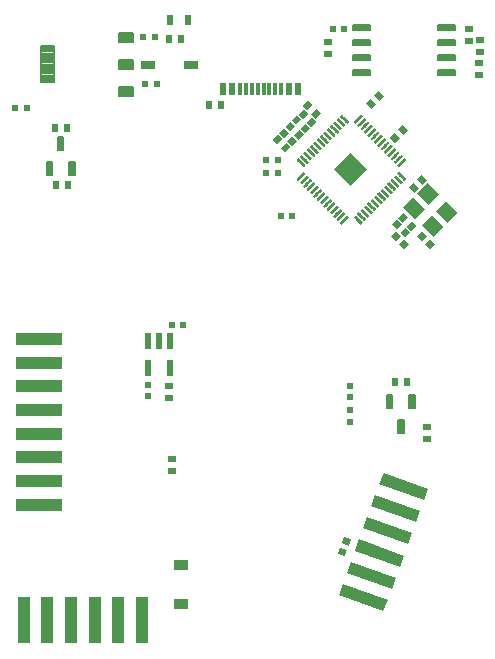
<source format=gbp>
G04 EAGLE Gerber RS-274X export*
G75*
%MOMM*%
%FSLAX34Y34*%
%LPD*%
%INSolderpaste Bottom*%
%IPPOS*%
%AMOC8*
5,1,8,0,0,1.08239X$1,22.5*%
G01*
G04 Define Apertures*
%ADD10R,0.629100X0.560000*%
%ADD11R,0.560000X0.629100*%
%ADD12R,4.000000X1.000000*%
%ADD13R,1.000000X4.000000*%
%ADD14R,1.220000X0.910000*%
%ADD15R,0.600000X1.140000*%
%ADD16R,0.300000X1.140000*%
%ADD17R,0.611800X0.911800*%
%ADD18C,0.150000*%
%ADD19R,0.644000X0.535100*%
%ADD20R,0.535100X0.644000*%
%ADD21R,1.200000X0.700000*%
%ADD22R,0.558800X1.422400*%
%ADD23R,1.960000X1.960000*%
%ADD24C,0.050000*%
%ADD25C,0.139500*%
%ADD26C,0.196500*%
%ADD27C,0.145000*%
%ADD28R,1.200000X1.400000*%
D10*
X75900Y21054D03*
X75900Y30746D03*
D11*
G36*
X46816Y265223D02*
X50776Y261263D01*
X46330Y256817D01*
X42370Y260777D01*
X46816Y265223D01*
G37*
G36*
X39962Y272077D02*
X43922Y268117D01*
X39476Y263671D01*
X35516Y267631D01*
X39962Y272077D01*
G37*
G36*
X114317Y153246D02*
X110357Y157206D01*
X114803Y161652D01*
X118763Y157692D01*
X114317Y153246D01*
G37*
G36*
X121170Y146393D02*
X117210Y150353D01*
X121656Y154799D01*
X125616Y150839D01*
X121170Y146393D01*
G37*
G36*
X97559Y269048D02*
X93599Y265088D01*
X89153Y269534D01*
X93113Y273494D01*
X97559Y269048D01*
G37*
G36*
X104412Y275901D02*
X100452Y271941D01*
X96006Y276387D01*
X99966Y280347D01*
X104412Y275901D01*
G37*
G36*
X117776Y240230D02*
X113816Y236270D01*
X109370Y240716D01*
X113330Y244676D01*
X117776Y240230D01*
G37*
G36*
X124630Y247084D02*
X120670Y243124D01*
X116224Y247570D01*
X120184Y251530D01*
X124630Y247084D01*
G37*
G36*
X115331Y162925D02*
X111371Y166885D01*
X115817Y171331D01*
X119777Y167371D01*
X115331Y162925D01*
G37*
G36*
X122185Y156071D02*
X118225Y160031D01*
X122671Y164477D01*
X126631Y160517D01*
X122185Y156071D01*
G37*
X26546Y174323D03*
X16854Y174323D03*
X14446Y211000D03*
X4754Y211000D03*
G36*
X43570Y257676D02*
X47530Y253716D01*
X43084Y249270D01*
X39124Y253230D01*
X43570Y257676D01*
G37*
G36*
X36716Y264530D02*
X40676Y260570D01*
X36230Y256124D01*
X32270Y260084D01*
X36716Y264530D01*
G37*
X14646Y221900D03*
X4954Y221900D03*
G36*
X143670Y154376D02*
X147630Y150416D01*
X143184Y145970D01*
X139224Y149930D01*
X143670Y154376D01*
G37*
G36*
X136816Y161230D02*
X140776Y157270D01*
X136330Y152824D01*
X132370Y156784D01*
X136816Y161230D01*
G37*
D10*
X75800Y9646D03*
X75800Y-46D03*
D11*
G36*
X132224Y205370D02*
X136184Y209330D01*
X140630Y204884D01*
X136670Y200924D01*
X132224Y205370D01*
G37*
G36*
X125370Y198516D02*
X129330Y202476D01*
X133776Y198030D01*
X129816Y194070D01*
X125370Y198516D01*
G37*
G36*
X26870Y241876D02*
X30830Y237916D01*
X26384Y233470D01*
X22424Y237430D01*
X26870Y241876D01*
G37*
G36*
X20016Y248730D02*
X23976Y244770D01*
X19530Y240324D01*
X15570Y244284D01*
X20016Y248730D01*
G37*
X-207846Y265400D03*
X-198154Y265400D03*
G36*
X69045Y-102601D02*
X70960Y-97340D01*
X76869Y-99491D01*
X74954Y-104752D01*
X69045Y-102601D01*
G37*
G36*
X65731Y-111709D02*
X67646Y-106448D01*
X73555Y-108599D01*
X71640Y-113860D01*
X65731Y-111709D01*
G37*
X70946Y332700D03*
X61254Y332700D03*
X-75246Y82400D03*
X-65554Y82400D03*
D10*
X-95700Y31146D03*
X-95700Y21454D03*
D11*
X-99346Y326200D03*
X-89654Y326200D03*
X-97646Y285700D03*
X-87954Y285700D03*
G36*
X21570Y236476D02*
X25530Y232516D01*
X21084Y228070D01*
X17124Y232030D01*
X21570Y236476D01*
G37*
G36*
X14716Y243330D02*
X18676Y239370D01*
X14230Y234924D01*
X10270Y238884D01*
X14716Y243330D01*
G37*
D12*
X-187500Y-70000D03*
X-187500Y-50000D03*
X-187500Y-30000D03*
X-187500Y-10000D03*
X-187500Y10000D03*
X-187500Y30000D03*
X-187500Y50000D03*
X-187500Y70000D03*
G36*
X104075Y-43176D02*
X141661Y-56855D01*
X138241Y-66252D01*
X100655Y-52573D01*
X104075Y-43176D01*
G37*
G36*
X97235Y-61970D02*
X134821Y-75649D01*
X131401Y-85046D01*
X93815Y-71367D01*
X97235Y-61970D01*
G37*
G36*
X90394Y-80763D02*
X127980Y-94442D01*
X124560Y-103839D01*
X86974Y-90160D01*
X90394Y-80763D01*
G37*
G36*
X83554Y-99557D02*
X121140Y-113236D01*
X117720Y-122633D01*
X80134Y-108954D01*
X83554Y-99557D01*
G37*
G36*
X76714Y-118351D02*
X114300Y-132030D01*
X110880Y-141427D01*
X73294Y-127748D01*
X76714Y-118351D01*
G37*
G36*
X69873Y-137145D02*
X107459Y-150824D01*
X104039Y-160221D01*
X66453Y-146542D01*
X69873Y-137145D01*
G37*
D13*
X-100500Y-167500D03*
X-120500Y-167500D03*
X-140500Y-167500D03*
X-160500Y-167500D03*
X-180500Y-167500D03*
X-200500Y-167500D03*
D14*
X-67300Y-154150D03*
X-67300Y-121450D03*
D15*
X-32000Y281400D03*
X-24000Y281400D03*
D16*
X-2500Y281400D03*
X-7500Y281400D03*
X-12500Y281400D03*
X-17500Y281400D03*
X2500Y281400D03*
X7500Y281400D03*
X12500Y281400D03*
X17500Y281400D03*
D15*
X24000Y281400D03*
X32000Y281400D03*
D17*
X-76800Y339800D03*
X-61800Y339800D03*
D18*
X107050Y22800D02*
X107050Y12000D01*
X107050Y22800D02*
X111550Y22800D01*
X111550Y12000D01*
X107050Y12000D01*
X107050Y13425D02*
X111550Y13425D01*
X111550Y14850D02*
X107050Y14850D01*
X107050Y16275D02*
X111550Y16275D01*
X111550Y17700D02*
X107050Y17700D01*
X107050Y19125D02*
X111550Y19125D01*
X111550Y20550D02*
X107050Y20550D01*
X107050Y21975D02*
X111550Y21975D01*
X116550Y1600D02*
X116550Y-9200D01*
X116550Y1600D02*
X121050Y1600D01*
X121050Y-9200D01*
X116550Y-9200D01*
X116550Y-7775D02*
X121050Y-7775D01*
X121050Y-6350D02*
X116550Y-6350D01*
X116550Y-4925D02*
X121050Y-4925D01*
X121050Y-3500D02*
X116550Y-3500D01*
X116550Y-2075D02*
X121050Y-2075D01*
X121050Y-650D02*
X116550Y-650D01*
X116550Y775D02*
X121050Y775D01*
X126050Y12000D02*
X126050Y22800D01*
X130550Y22800D01*
X130550Y12000D01*
X126050Y12000D01*
X126050Y13425D02*
X130550Y13425D01*
X130550Y14850D02*
X126050Y14850D01*
X126050Y16275D02*
X130550Y16275D01*
X130550Y17700D02*
X126050Y17700D01*
X126050Y19125D02*
X130550Y19125D01*
X130550Y20550D02*
X126050Y20550D01*
X126050Y21975D02*
X130550Y21975D01*
X-157550Y208800D02*
X-157550Y219600D01*
X-157550Y208800D02*
X-162050Y208800D01*
X-162050Y219600D01*
X-157550Y219600D01*
X-157550Y210225D02*
X-162050Y210225D01*
X-162050Y211650D02*
X-157550Y211650D01*
X-157550Y213075D02*
X-162050Y213075D01*
X-162050Y214500D02*
X-157550Y214500D01*
X-157550Y215925D02*
X-162050Y215925D01*
X-162050Y217350D02*
X-157550Y217350D01*
X-157550Y218775D02*
X-162050Y218775D01*
X-167050Y230000D02*
X-167050Y240800D01*
X-167050Y230000D02*
X-171550Y230000D01*
X-171550Y240800D01*
X-167050Y240800D01*
X-167050Y231425D02*
X-171550Y231425D01*
X-171550Y232850D02*
X-167050Y232850D01*
X-167050Y234275D02*
X-171550Y234275D01*
X-171550Y235700D02*
X-167050Y235700D01*
X-167050Y237125D02*
X-171550Y237125D01*
X-171550Y238550D02*
X-167050Y238550D01*
X-167050Y239975D02*
X-171550Y239975D01*
X-176550Y219600D02*
X-176550Y208800D01*
X-181050Y208800D01*
X-181050Y219600D01*
X-176550Y219600D01*
X-176550Y210225D02*
X-181050Y210225D01*
X-181050Y211650D02*
X-176550Y211650D01*
X-176550Y213075D02*
X-181050Y213075D01*
X-181050Y214500D02*
X-176550Y214500D01*
X-176550Y215925D02*
X-181050Y215925D01*
X-181050Y217350D02*
X-176550Y217350D01*
X-176550Y218775D02*
X-181050Y218775D01*
D19*
X-77600Y30275D03*
X-77600Y20125D03*
D20*
G36*
X120426Y168521D02*
X116643Y172304D01*
X121196Y176857D01*
X124979Y173074D01*
X120426Y168521D01*
G37*
G36*
X127604Y161343D02*
X123821Y165126D01*
X128374Y169679D01*
X132157Y165896D01*
X127604Y161343D01*
G37*
X123875Y33500D03*
X113725Y33500D03*
D19*
X141100Y-14375D03*
X141100Y-4225D03*
D20*
X-173575Y200300D03*
X-163425Y200300D03*
X-173775Y248700D03*
X-163625Y248700D03*
D19*
X185300Y293525D03*
X185300Y303675D03*
X-74800Y-41975D03*
X-74800Y-31825D03*
D20*
X-33625Y268100D03*
X-43775Y268100D03*
D19*
X57000Y311625D03*
X57000Y321775D03*
X185500Y312725D03*
X185500Y322875D03*
X176400Y322625D03*
X176400Y332775D03*
D20*
G36*
X37974Y252579D02*
X41757Y248796D01*
X37204Y244243D01*
X33421Y248026D01*
X37974Y252579D01*
G37*
G36*
X30796Y259757D02*
X34579Y255974D01*
X30026Y251421D01*
X26243Y255204D01*
X30796Y259757D01*
G37*
G36*
X32574Y247079D02*
X36357Y243296D01*
X31804Y238743D01*
X28021Y242526D01*
X32574Y247079D01*
G37*
G36*
X25396Y254257D02*
X29179Y250474D01*
X24626Y245921D01*
X20843Y249704D01*
X25396Y254257D01*
G37*
X-67425Y324500D03*
X-77575Y324500D03*
D21*
X-95700Y302000D03*
X-58700Y302000D03*
D22*
X-95400Y68044D03*
X-85900Y68044D03*
X-76400Y68044D03*
X-76400Y45156D03*
X-95400Y45156D03*
D23*
G36*
X62541Y213900D02*
X76400Y227759D01*
X90259Y213900D01*
X76400Y200041D01*
X62541Y213900D01*
G37*
D24*
X115751Y210258D02*
X116812Y211319D01*
X122397Y205734D01*
X121336Y204673D01*
X115751Y210258D01*
X120861Y205148D02*
X121811Y205148D01*
X122286Y205623D02*
X120386Y205623D01*
X119911Y206098D02*
X122033Y206098D01*
X121558Y206573D02*
X119436Y206573D01*
X118961Y207048D02*
X121083Y207048D01*
X120608Y207523D02*
X118486Y207523D01*
X118011Y207998D02*
X120133Y207998D01*
X119658Y208473D02*
X117536Y208473D01*
X117061Y208948D02*
X119183Y208948D01*
X118708Y209423D02*
X116586Y209423D01*
X116111Y209898D02*
X118233Y209898D01*
X117758Y210373D02*
X115866Y210373D01*
X116341Y210848D02*
X117283Y210848D01*
X113983Y208490D02*
X112922Y207429D01*
X113983Y208490D02*
X119568Y202905D01*
X118507Y201844D01*
X112922Y207429D01*
X118032Y202319D02*
X118982Y202319D01*
X119457Y202794D02*
X117557Y202794D01*
X117082Y203269D02*
X119204Y203269D01*
X118729Y203744D02*
X116607Y203744D01*
X116132Y204219D02*
X118254Y204219D01*
X117779Y204694D02*
X115657Y204694D01*
X115182Y205169D02*
X117304Y205169D01*
X116829Y205644D02*
X114707Y205644D01*
X114232Y206119D02*
X116354Y206119D01*
X115879Y206594D02*
X113757Y206594D01*
X113282Y207069D02*
X115404Y207069D01*
X114929Y207544D02*
X113037Y207544D01*
X113512Y208019D02*
X114454Y208019D01*
X111155Y205662D02*
X110094Y204601D01*
X111155Y205662D02*
X116740Y200077D01*
X115679Y199016D01*
X110094Y204601D01*
X115204Y199491D02*
X116154Y199491D01*
X116629Y199966D02*
X114729Y199966D01*
X114254Y200441D02*
X116376Y200441D01*
X115901Y200916D02*
X113779Y200916D01*
X113304Y201391D02*
X115426Y201391D01*
X114951Y201866D02*
X112829Y201866D01*
X112354Y202341D02*
X114476Y202341D01*
X114001Y202816D02*
X111879Y202816D01*
X111404Y203291D02*
X113526Y203291D01*
X113051Y203766D02*
X110929Y203766D01*
X110454Y204241D02*
X112576Y204241D01*
X112101Y204716D02*
X110209Y204716D01*
X110684Y205191D02*
X111626Y205191D01*
X108327Y202833D02*
X107266Y201772D01*
X108327Y202833D02*
X113912Y197248D01*
X112851Y196187D01*
X107266Y201772D01*
X112376Y196662D02*
X113326Y196662D01*
X113801Y197137D02*
X111901Y197137D01*
X111426Y197612D02*
X113548Y197612D01*
X113073Y198087D02*
X110951Y198087D01*
X110476Y198562D02*
X112598Y198562D01*
X112123Y199037D02*
X110001Y199037D01*
X109526Y199512D02*
X111648Y199512D01*
X111173Y199987D02*
X109051Y199987D01*
X108576Y200462D02*
X110698Y200462D01*
X110223Y200937D02*
X108101Y200937D01*
X107626Y201412D02*
X109748Y201412D01*
X109273Y201887D02*
X107381Y201887D01*
X107856Y202362D02*
X108798Y202362D01*
X105498Y200005D02*
X104437Y198944D01*
X105498Y200005D02*
X111083Y194420D01*
X110022Y193359D01*
X104437Y198944D01*
X109547Y193834D02*
X110497Y193834D01*
X110972Y194309D02*
X109072Y194309D01*
X108597Y194784D02*
X110719Y194784D01*
X110244Y195259D02*
X108122Y195259D01*
X107647Y195734D02*
X109769Y195734D01*
X109294Y196209D02*
X107172Y196209D01*
X106697Y196684D02*
X108819Y196684D01*
X108344Y197159D02*
X106222Y197159D01*
X105747Y197634D02*
X107869Y197634D01*
X107394Y198109D02*
X105272Y198109D01*
X104797Y198584D02*
X106919Y198584D01*
X106444Y199059D02*
X104552Y199059D01*
X105027Y199534D02*
X105969Y199534D01*
X102670Y197177D02*
X101609Y196116D01*
X102670Y197177D02*
X108255Y191592D01*
X107194Y190531D01*
X101609Y196116D01*
X106719Y191006D02*
X107669Y191006D01*
X108144Y191481D02*
X106244Y191481D01*
X105769Y191956D02*
X107891Y191956D01*
X107416Y192431D02*
X105294Y192431D01*
X104819Y192906D02*
X106941Y192906D01*
X106466Y193381D02*
X104344Y193381D01*
X103869Y193856D02*
X105991Y193856D01*
X105516Y194331D02*
X103394Y194331D01*
X102919Y194806D02*
X105041Y194806D01*
X104566Y195281D02*
X102444Y195281D01*
X101969Y195756D02*
X104091Y195756D01*
X103616Y196231D02*
X101724Y196231D01*
X102199Y196706D02*
X103141Y196706D01*
X99841Y194348D02*
X98780Y193287D01*
X99841Y194348D02*
X105426Y188763D01*
X104365Y187702D01*
X98780Y193287D01*
X103890Y188177D02*
X104840Y188177D01*
X105315Y188652D02*
X103415Y188652D01*
X102940Y189127D02*
X105062Y189127D01*
X104587Y189602D02*
X102465Y189602D01*
X101990Y190077D02*
X104112Y190077D01*
X103637Y190552D02*
X101515Y190552D01*
X101040Y191027D02*
X103162Y191027D01*
X102687Y191502D02*
X100565Y191502D01*
X100090Y191977D02*
X102212Y191977D01*
X101737Y192452D02*
X99615Y192452D01*
X99140Y192927D02*
X101262Y192927D01*
X100787Y193402D02*
X98895Y193402D01*
X99370Y193877D02*
X100312Y193877D01*
X97013Y191520D02*
X95952Y190459D01*
X97013Y191520D02*
X102598Y185935D01*
X101537Y184874D01*
X95952Y190459D01*
X101062Y185349D02*
X102012Y185349D01*
X102487Y185824D02*
X100587Y185824D01*
X100112Y186299D02*
X102234Y186299D01*
X101759Y186774D02*
X99637Y186774D01*
X99162Y187249D02*
X101284Y187249D01*
X100809Y187724D02*
X98687Y187724D01*
X98212Y188199D02*
X100334Y188199D01*
X99859Y188674D02*
X97737Y188674D01*
X97262Y189149D02*
X99384Y189149D01*
X98909Y189624D02*
X96787Y189624D01*
X96312Y190099D02*
X98434Y190099D01*
X97959Y190574D02*
X96067Y190574D01*
X96542Y191049D02*
X97484Y191049D01*
X94185Y188691D02*
X93124Y187630D01*
X94185Y188691D02*
X99770Y183106D01*
X98709Y182045D01*
X93124Y187630D01*
X98234Y182520D02*
X99184Y182520D01*
X99659Y182995D02*
X97759Y182995D01*
X97284Y183470D02*
X99406Y183470D01*
X98931Y183945D02*
X96809Y183945D01*
X96334Y184420D02*
X98456Y184420D01*
X97981Y184895D02*
X95859Y184895D01*
X95384Y185370D02*
X97506Y185370D01*
X97031Y185845D02*
X94909Y185845D01*
X94434Y186320D02*
X96556Y186320D01*
X96081Y186795D02*
X93959Y186795D01*
X93484Y187270D02*
X95606Y187270D01*
X95131Y187745D02*
X93239Y187745D01*
X93714Y188220D02*
X94656Y188220D01*
X91356Y185863D02*
X90295Y184802D01*
X91356Y185863D02*
X96941Y180278D01*
X95880Y179217D01*
X90295Y184802D01*
X95405Y179692D02*
X96355Y179692D01*
X96830Y180167D02*
X94930Y180167D01*
X94455Y180642D02*
X96577Y180642D01*
X96102Y181117D02*
X93980Y181117D01*
X93505Y181592D02*
X95627Y181592D01*
X95152Y182067D02*
X93030Y182067D01*
X92555Y182542D02*
X94677Y182542D01*
X94202Y183017D02*
X92080Y183017D01*
X91605Y183492D02*
X93727Y183492D01*
X93252Y183967D02*
X91130Y183967D01*
X90655Y184442D02*
X92777Y184442D01*
X92302Y184917D02*
X90410Y184917D01*
X90885Y185392D02*
X91827Y185392D01*
X88528Y183034D02*
X87467Y181973D01*
X88528Y183034D02*
X94113Y177449D01*
X93052Y176388D01*
X87467Y181973D01*
X92577Y176863D02*
X93527Y176863D01*
X94002Y177338D02*
X92102Y177338D01*
X91627Y177813D02*
X93749Y177813D01*
X93274Y178288D02*
X91152Y178288D01*
X90677Y178763D02*
X92799Y178763D01*
X92324Y179238D02*
X90202Y179238D01*
X89727Y179713D02*
X91849Y179713D01*
X91374Y180188D02*
X89252Y180188D01*
X88777Y180663D02*
X90899Y180663D01*
X90424Y181138D02*
X88302Y181138D01*
X87827Y181613D02*
X89949Y181613D01*
X89474Y182088D02*
X87582Y182088D01*
X88057Y182563D02*
X88999Y182563D01*
X85699Y180206D02*
X84638Y179145D01*
X85699Y180206D02*
X91284Y174621D01*
X90223Y173560D01*
X84638Y179145D01*
X89748Y174035D02*
X90698Y174035D01*
X91173Y174510D02*
X89273Y174510D01*
X88798Y174985D02*
X90920Y174985D01*
X90445Y175460D02*
X88323Y175460D01*
X87848Y175935D02*
X89970Y175935D01*
X89495Y176410D02*
X87373Y176410D01*
X86898Y176885D02*
X89020Y176885D01*
X88545Y177360D02*
X86423Y177360D01*
X85948Y177835D02*
X88070Y177835D01*
X87595Y178310D02*
X85473Y178310D01*
X84998Y178785D02*
X87120Y178785D01*
X86645Y179260D02*
X84753Y179260D01*
X85228Y179735D02*
X86170Y179735D01*
X82871Y177378D02*
X81810Y176317D01*
X82871Y177378D02*
X88456Y171793D01*
X87395Y170732D01*
X81810Y176317D01*
X86920Y171207D02*
X87870Y171207D01*
X88345Y171682D02*
X86445Y171682D01*
X85970Y172157D02*
X88092Y172157D01*
X87617Y172632D02*
X85495Y172632D01*
X85020Y173107D02*
X87142Y173107D01*
X86667Y173582D02*
X84545Y173582D01*
X84070Y174057D02*
X86192Y174057D01*
X85717Y174532D02*
X83595Y174532D01*
X83120Y175007D02*
X85242Y175007D01*
X84767Y175482D02*
X82645Y175482D01*
X82170Y175957D02*
X84292Y175957D01*
X83817Y176432D02*
X81925Y176432D01*
X82400Y176907D02*
X83342Y176907D01*
X80042Y174549D02*
X78981Y173488D01*
X80042Y174549D02*
X85627Y168964D01*
X84566Y167903D01*
X78981Y173488D01*
X84091Y168378D02*
X85041Y168378D01*
X85516Y168853D02*
X83616Y168853D01*
X83141Y169328D02*
X85263Y169328D01*
X84788Y169803D02*
X82666Y169803D01*
X82191Y170278D02*
X84313Y170278D01*
X83838Y170753D02*
X81716Y170753D01*
X81241Y171228D02*
X83363Y171228D01*
X82888Y171703D02*
X80766Y171703D01*
X80291Y172178D02*
X82413Y172178D01*
X81938Y172653D02*
X79816Y172653D01*
X79341Y173128D02*
X81463Y173128D01*
X80988Y173603D02*
X79096Y173603D01*
X79571Y174078D02*
X80513Y174078D01*
X31464Y223127D02*
X30403Y222066D01*
X31464Y223127D02*
X37049Y217542D01*
X35988Y216481D01*
X30403Y222066D01*
X35513Y216956D02*
X36463Y216956D01*
X36938Y217431D02*
X35038Y217431D01*
X34563Y217906D02*
X36685Y217906D01*
X36210Y218381D02*
X34088Y218381D01*
X33613Y218856D02*
X35735Y218856D01*
X35260Y219331D02*
X33138Y219331D01*
X32663Y219806D02*
X34785Y219806D01*
X34310Y220281D02*
X32188Y220281D01*
X31713Y220756D02*
X33835Y220756D01*
X33360Y221231D02*
X31238Y221231D01*
X30763Y221706D02*
X32885Y221706D01*
X32410Y222181D02*
X30518Y222181D01*
X30993Y222656D02*
X31935Y222656D01*
X33232Y224895D02*
X34293Y225956D01*
X39878Y220371D01*
X38817Y219310D01*
X33232Y224895D01*
X38342Y219785D02*
X39292Y219785D01*
X39767Y220260D02*
X37867Y220260D01*
X37392Y220735D02*
X39514Y220735D01*
X39039Y221210D02*
X36917Y221210D01*
X36442Y221685D02*
X38564Y221685D01*
X38089Y222160D02*
X35967Y222160D01*
X35492Y222635D02*
X37614Y222635D01*
X37139Y223110D02*
X35017Y223110D01*
X34542Y223585D02*
X36664Y223585D01*
X36189Y224060D02*
X34067Y224060D01*
X33592Y224535D02*
X35714Y224535D01*
X35239Y225010D02*
X33347Y225010D01*
X33822Y225485D02*
X34764Y225485D01*
X36060Y227723D02*
X37121Y228784D01*
X42706Y223199D01*
X41645Y222138D01*
X36060Y227723D01*
X41170Y222613D02*
X42120Y222613D01*
X42595Y223088D02*
X40695Y223088D01*
X40220Y223563D02*
X42342Y223563D01*
X41867Y224038D02*
X39745Y224038D01*
X39270Y224513D02*
X41392Y224513D01*
X40917Y224988D02*
X38795Y224988D01*
X38320Y225463D02*
X40442Y225463D01*
X39967Y225938D02*
X37845Y225938D01*
X37370Y226413D02*
X39492Y226413D01*
X39017Y226888D02*
X36895Y226888D01*
X36420Y227363D02*
X38542Y227363D01*
X38067Y227838D02*
X36175Y227838D01*
X36650Y228313D02*
X37592Y228313D01*
X38888Y230552D02*
X39949Y231613D01*
X45534Y226028D01*
X44473Y224967D01*
X38888Y230552D01*
X43998Y225442D02*
X44948Y225442D01*
X45423Y225917D02*
X43523Y225917D01*
X43048Y226392D02*
X45170Y226392D01*
X44695Y226867D02*
X42573Y226867D01*
X42098Y227342D02*
X44220Y227342D01*
X43745Y227817D02*
X41623Y227817D01*
X41148Y228292D02*
X43270Y228292D01*
X42795Y228767D02*
X40673Y228767D01*
X40198Y229242D02*
X42320Y229242D01*
X41845Y229717D02*
X39723Y229717D01*
X39248Y230192D02*
X41370Y230192D01*
X40895Y230667D02*
X39003Y230667D01*
X39478Y231142D02*
X40420Y231142D01*
X41717Y233380D02*
X42778Y234441D01*
X48363Y228856D01*
X47302Y227795D01*
X41717Y233380D01*
X46827Y228270D02*
X47777Y228270D01*
X48252Y228745D02*
X46352Y228745D01*
X45877Y229220D02*
X47999Y229220D01*
X47524Y229695D02*
X45402Y229695D01*
X44927Y230170D02*
X47049Y230170D01*
X46574Y230645D02*
X44452Y230645D01*
X43977Y231120D02*
X46099Y231120D01*
X45624Y231595D02*
X43502Y231595D01*
X43027Y232070D02*
X45149Y232070D01*
X44674Y232545D02*
X42552Y232545D01*
X42077Y233020D02*
X44199Y233020D01*
X43724Y233495D02*
X41832Y233495D01*
X42307Y233970D02*
X43249Y233970D01*
X44545Y236208D02*
X45606Y237269D01*
X51191Y231684D01*
X50130Y230623D01*
X44545Y236208D01*
X49655Y231098D02*
X50605Y231098D01*
X51080Y231573D02*
X49180Y231573D01*
X48705Y232048D02*
X50827Y232048D01*
X50352Y232523D02*
X48230Y232523D01*
X47755Y232998D02*
X49877Y232998D01*
X49402Y233473D02*
X47280Y233473D01*
X46805Y233948D02*
X48927Y233948D01*
X48452Y234423D02*
X46330Y234423D01*
X45855Y234898D02*
X47977Y234898D01*
X47502Y235373D02*
X45380Y235373D01*
X44905Y235848D02*
X47027Y235848D01*
X46552Y236323D02*
X44660Y236323D01*
X45135Y236798D02*
X46077Y236798D01*
X47374Y239037D02*
X48435Y240098D01*
X54020Y234513D01*
X52959Y233452D01*
X47374Y239037D01*
X52484Y233927D02*
X53434Y233927D01*
X53909Y234402D02*
X52009Y234402D01*
X51534Y234877D02*
X53656Y234877D01*
X53181Y235352D02*
X51059Y235352D01*
X50584Y235827D02*
X52706Y235827D01*
X52231Y236302D02*
X50109Y236302D01*
X49634Y236777D02*
X51756Y236777D01*
X51281Y237252D02*
X49159Y237252D01*
X48684Y237727D02*
X50806Y237727D01*
X50331Y238202D02*
X48209Y238202D01*
X47734Y238677D02*
X49856Y238677D01*
X49381Y239152D02*
X47489Y239152D01*
X47964Y239627D02*
X48906Y239627D01*
X50202Y241865D02*
X51263Y242926D01*
X56848Y237341D01*
X55787Y236280D01*
X50202Y241865D01*
X55312Y236755D02*
X56262Y236755D01*
X56737Y237230D02*
X54837Y237230D01*
X54362Y237705D02*
X56484Y237705D01*
X56009Y238180D02*
X53887Y238180D01*
X53412Y238655D02*
X55534Y238655D01*
X55059Y239130D02*
X52937Y239130D01*
X52462Y239605D02*
X54584Y239605D01*
X54109Y240080D02*
X51987Y240080D01*
X51512Y240555D02*
X53634Y240555D01*
X53159Y241030D02*
X51037Y241030D01*
X50562Y241505D02*
X52684Y241505D01*
X52209Y241980D02*
X50317Y241980D01*
X50792Y242455D02*
X51734Y242455D01*
X53031Y244694D02*
X54092Y245755D01*
X59677Y240170D01*
X58616Y239109D01*
X53031Y244694D01*
X58141Y239584D02*
X59091Y239584D01*
X59566Y240059D02*
X57666Y240059D01*
X57191Y240534D02*
X59313Y240534D01*
X58838Y241009D02*
X56716Y241009D01*
X56241Y241484D02*
X58363Y241484D01*
X57888Y241959D02*
X55766Y241959D01*
X55291Y242434D02*
X57413Y242434D01*
X56938Y242909D02*
X54816Y242909D01*
X54341Y243384D02*
X56463Y243384D01*
X55988Y243859D02*
X53866Y243859D01*
X53391Y244334D02*
X55513Y244334D01*
X55038Y244809D02*
X53146Y244809D01*
X53621Y245284D02*
X54563Y245284D01*
X55859Y247522D02*
X56920Y248583D01*
X62505Y242998D01*
X61444Y241937D01*
X55859Y247522D01*
X60969Y242412D02*
X61919Y242412D01*
X62394Y242887D02*
X60494Y242887D01*
X60019Y243362D02*
X62141Y243362D01*
X61666Y243837D02*
X59544Y243837D01*
X59069Y244312D02*
X61191Y244312D01*
X60716Y244787D02*
X58594Y244787D01*
X58119Y245262D02*
X60241Y245262D01*
X59766Y245737D02*
X57644Y245737D01*
X57169Y246212D02*
X59291Y246212D01*
X58816Y246687D02*
X56694Y246687D01*
X56219Y247162D02*
X58341Y247162D01*
X57866Y247637D02*
X55974Y247637D01*
X56449Y248112D02*
X57391Y248112D01*
X58687Y250351D02*
X59748Y251412D01*
X65333Y245827D01*
X64272Y244766D01*
X58687Y250351D01*
X63797Y245241D02*
X64747Y245241D01*
X65222Y245716D02*
X63322Y245716D01*
X62847Y246191D02*
X64969Y246191D01*
X64494Y246666D02*
X62372Y246666D01*
X61897Y247141D02*
X64019Y247141D01*
X63544Y247616D02*
X61422Y247616D01*
X60947Y248091D02*
X63069Y248091D01*
X62594Y248566D02*
X60472Y248566D01*
X59997Y249041D02*
X62119Y249041D01*
X61644Y249516D02*
X59522Y249516D01*
X59047Y249991D02*
X61169Y249991D01*
X60694Y250466D02*
X58802Y250466D01*
X59277Y250941D02*
X60219Y250941D01*
X61516Y253179D02*
X62577Y254240D01*
X68162Y248655D01*
X67101Y247594D01*
X61516Y253179D01*
X66626Y248069D02*
X67576Y248069D01*
X68051Y248544D02*
X66151Y248544D01*
X65676Y249019D02*
X67798Y249019D01*
X67323Y249494D02*
X65201Y249494D01*
X64726Y249969D02*
X66848Y249969D01*
X66373Y250444D02*
X64251Y250444D01*
X63776Y250919D02*
X65898Y250919D01*
X65423Y251394D02*
X63301Y251394D01*
X62826Y251869D02*
X64948Y251869D01*
X64473Y252344D02*
X62351Y252344D01*
X61876Y252819D02*
X63998Y252819D01*
X63523Y253294D02*
X61631Y253294D01*
X62106Y253769D02*
X63048Y253769D01*
X64344Y256007D02*
X65405Y257068D01*
X70990Y251483D01*
X69929Y250422D01*
X64344Y256007D01*
X69454Y250897D02*
X70404Y250897D01*
X70879Y251372D02*
X68979Y251372D01*
X68504Y251847D02*
X70626Y251847D01*
X70151Y252322D02*
X68029Y252322D01*
X67554Y252797D02*
X69676Y252797D01*
X69201Y253272D02*
X67079Y253272D01*
X66604Y253747D02*
X68726Y253747D01*
X68251Y254222D02*
X66129Y254222D01*
X65654Y254697D02*
X67776Y254697D01*
X67301Y255172D02*
X65179Y255172D01*
X64704Y255647D02*
X66826Y255647D01*
X66351Y256122D02*
X64459Y256122D01*
X64934Y256597D02*
X65876Y256597D01*
X67173Y258836D02*
X68234Y259897D01*
X73819Y254312D01*
X72758Y253251D01*
X67173Y258836D01*
X72283Y253726D02*
X73233Y253726D01*
X73708Y254201D02*
X71808Y254201D01*
X71333Y254676D02*
X73455Y254676D01*
X72980Y255151D02*
X70858Y255151D01*
X70383Y255626D02*
X72505Y255626D01*
X72030Y256101D02*
X69908Y256101D01*
X69433Y256576D02*
X71555Y256576D01*
X71080Y257051D02*
X68958Y257051D01*
X68483Y257526D02*
X70605Y257526D01*
X70130Y258001D02*
X68008Y258001D01*
X67533Y258476D02*
X69655Y258476D01*
X69180Y258951D02*
X67288Y258951D01*
X67763Y259426D02*
X68705Y259426D01*
X78981Y254312D02*
X84566Y259897D01*
X85627Y258836D01*
X80042Y253251D01*
X78981Y254312D01*
X79567Y253726D02*
X80517Y253726D01*
X80992Y254201D02*
X79092Y254201D01*
X79345Y254676D02*
X81467Y254676D01*
X81942Y255151D02*
X79820Y255151D01*
X80295Y255626D02*
X82417Y255626D01*
X82892Y256101D02*
X80770Y256101D01*
X81245Y256576D02*
X83367Y256576D01*
X83842Y257051D02*
X81720Y257051D01*
X82195Y257526D02*
X84317Y257526D01*
X84792Y258001D02*
X82670Y258001D01*
X83145Y258476D02*
X85267Y258476D01*
X85512Y258951D02*
X83620Y258951D01*
X84095Y259426D02*
X85037Y259426D01*
X87395Y257068D02*
X81810Y251483D01*
X87395Y257068D02*
X88456Y256007D01*
X82871Y250422D01*
X81810Y251483D01*
X82396Y250897D02*
X83346Y250897D01*
X83821Y251372D02*
X81921Y251372D01*
X82174Y251847D02*
X84296Y251847D01*
X84771Y252322D02*
X82649Y252322D01*
X83124Y252797D02*
X85246Y252797D01*
X85721Y253272D02*
X83599Y253272D01*
X84074Y253747D02*
X86196Y253747D01*
X86671Y254222D02*
X84549Y254222D01*
X85024Y254697D02*
X87146Y254697D01*
X87621Y255172D02*
X85499Y255172D01*
X85974Y255647D02*
X88096Y255647D01*
X88341Y256122D02*
X86449Y256122D01*
X86924Y256597D02*
X87866Y256597D01*
X90223Y254240D02*
X84638Y248655D01*
X90223Y254240D02*
X91284Y253179D01*
X85699Y247594D01*
X84638Y248655D01*
X85224Y248069D02*
X86174Y248069D01*
X86649Y248544D02*
X84749Y248544D01*
X85002Y249019D02*
X87124Y249019D01*
X87599Y249494D02*
X85477Y249494D01*
X85952Y249969D02*
X88074Y249969D01*
X88549Y250444D02*
X86427Y250444D01*
X86902Y250919D02*
X89024Y250919D01*
X89499Y251394D02*
X87377Y251394D01*
X87852Y251869D02*
X89974Y251869D01*
X90449Y252344D02*
X88327Y252344D01*
X88802Y252819D02*
X90924Y252819D01*
X91169Y253294D02*
X89277Y253294D01*
X89752Y253769D02*
X90694Y253769D01*
X93052Y251412D02*
X87467Y245827D01*
X93052Y251412D02*
X94113Y250351D01*
X88528Y244766D01*
X87467Y245827D01*
X88053Y245241D02*
X89003Y245241D01*
X89478Y245716D02*
X87578Y245716D01*
X87831Y246191D02*
X89953Y246191D01*
X90428Y246666D02*
X88306Y246666D01*
X88781Y247141D02*
X90903Y247141D01*
X91378Y247616D02*
X89256Y247616D01*
X89731Y248091D02*
X91853Y248091D01*
X92328Y248566D02*
X90206Y248566D01*
X90681Y249041D02*
X92803Y249041D01*
X93278Y249516D02*
X91156Y249516D01*
X91631Y249991D02*
X93753Y249991D01*
X93998Y250466D02*
X92106Y250466D01*
X92581Y250941D02*
X93523Y250941D01*
X95880Y248583D02*
X90295Y242998D01*
X95880Y248583D02*
X96941Y247522D01*
X91356Y241937D01*
X90295Y242998D01*
X90881Y242412D02*
X91831Y242412D01*
X92306Y242887D02*
X90406Y242887D01*
X90659Y243362D02*
X92781Y243362D01*
X93256Y243837D02*
X91134Y243837D01*
X91609Y244312D02*
X93731Y244312D01*
X94206Y244787D02*
X92084Y244787D01*
X92559Y245262D02*
X94681Y245262D01*
X95156Y245737D02*
X93034Y245737D01*
X93509Y246212D02*
X95631Y246212D01*
X96106Y246687D02*
X93984Y246687D01*
X94459Y247162D02*
X96581Y247162D01*
X96826Y247637D02*
X94934Y247637D01*
X95409Y248112D02*
X96351Y248112D01*
X98709Y245755D02*
X93124Y240170D01*
X98709Y245755D02*
X99770Y244694D01*
X94185Y239109D01*
X93124Y240170D01*
X93710Y239584D02*
X94660Y239584D01*
X95135Y240059D02*
X93235Y240059D01*
X93488Y240534D02*
X95610Y240534D01*
X96085Y241009D02*
X93963Y241009D01*
X94438Y241484D02*
X96560Y241484D01*
X97035Y241959D02*
X94913Y241959D01*
X95388Y242434D02*
X97510Y242434D01*
X97985Y242909D02*
X95863Y242909D01*
X96338Y243384D02*
X98460Y243384D01*
X98935Y243859D02*
X96813Y243859D01*
X97288Y244334D02*
X99410Y244334D01*
X99655Y244809D02*
X97763Y244809D01*
X98238Y245284D02*
X99180Y245284D01*
X101537Y242926D02*
X95952Y237341D01*
X101537Y242926D02*
X102598Y241865D01*
X97013Y236280D01*
X95952Y237341D01*
X96538Y236755D02*
X97488Y236755D01*
X97963Y237230D02*
X96063Y237230D01*
X96316Y237705D02*
X98438Y237705D01*
X98913Y238180D02*
X96791Y238180D01*
X97266Y238655D02*
X99388Y238655D01*
X99863Y239130D02*
X97741Y239130D01*
X98216Y239605D02*
X100338Y239605D01*
X100813Y240080D02*
X98691Y240080D01*
X99166Y240555D02*
X101288Y240555D01*
X101763Y241030D02*
X99641Y241030D01*
X100116Y241505D02*
X102238Y241505D01*
X102483Y241980D02*
X100591Y241980D01*
X101066Y242455D02*
X102008Y242455D01*
X104365Y240098D02*
X98780Y234513D01*
X104365Y240098D02*
X105426Y239037D01*
X99841Y233452D01*
X98780Y234513D01*
X99366Y233927D02*
X100316Y233927D01*
X100791Y234402D02*
X98891Y234402D01*
X99144Y234877D02*
X101266Y234877D01*
X101741Y235352D02*
X99619Y235352D01*
X100094Y235827D02*
X102216Y235827D01*
X102691Y236302D02*
X100569Y236302D01*
X101044Y236777D02*
X103166Y236777D01*
X103641Y237252D02*
X101519Y237252D01*
X101994Y237727D02*
X104116Y237727D01*
X104591Y238202D02*
X102469Y238202D01*
X102944Y238677D02*
X105066Y238677D01*
X105311Y239152D02*
X103419Y239152D01*
X103894Y239627D02*
X104836Y239627D01*
X107194Y237269D02*
X101609Y231684D01*
X107194Y237269D02*
X108255Y236208D01*
X102670Y230623D01*
X101609Y231684D01*
X102195Y231098D02*
X103145Y231098D01*
X103620Y231573D02*
X101720Y231573D01*
X101973Y232048D02*
X104095Y232048D01*
X104570Y232523D02*
X102448Y232523D01*
X102923Y232998D02*
X105045Y232998D01*
X105520Y233473D02*
X103398Y233473D01*
X103873Y233948D02*
X105995Y233948D01*
X106470Y234423D02*
X104348Y234423D01*
X104823Y234898D02*
X106945Y234898D01*
X107420Y235373D02*
X105298Y235373D01*
X105773Y235848D02*
X107895Y235848D01*
X108140Y236323D02*
X106248Y236323D01*
X106723Y236798D02*
X107665Y236798D01*
X110022Y234441D02*
X104437Y228856D01*
X110022Y234441D02*
X111083Y233380D01*
X105498Y227795D01*
X104437Y228856D01*
X105023Y228270D02*
X105973Y228270D01*
X106448Y228745D02*
X104548Y228745D01*
X104801Y229220D02*
X106923Y229220D01*
X107398Y229695D02*
X105276Y229695D01*
X105751Y230170D02*
X107873Y230170D01*
X108348Y230645D02*
X106226Y230645D01*
X106701Y231120D02*
X108823Y231120D01*
X109298Y231595D02*
X107176Y231595D01*
X107651Y232070D02*
X109773Y232070D01*
X110248Y232545D02*
X108126Y232545D01*
X108601Y233020D02*
X110723Y233020D01*
X110968Y233495D02*
X109076Y233495D01*
X109551Y233970D02*
X110493Y233970D01*
X112851Y231613D02*
X107266Y226028D01*
X112851Y231613D02*
X113912Y230552D01*
X108327Y224967D01*
X107266Y226028D01*
X107852Y225442D02*
X108802Y225442D01*
X109277Y225917D02*
X107377Y225917D01*
X107630Y226392D02*
X109752Y226392D01*
X110227Y226867D02*
X108105Y226867D01*
X108580Y227342D02*
X110702Y227342D01*
X111177Y227817D02*
X109055Y227817D01*
X109530Y228292D02*
X111652Y228292D01*
X112127Y228767D02*
X110005Y228767D01*
X110480Y229242D02*
X112602Y229242D01*
X113077Y229717D02*
X110955Y229717D01*
X111430Y230192D02*
X113552Y230192D01*
X113797Y230667D02*
X111905Y230667D01*
X112380Y231142D02*
X113322Y231142D01*
X115679Y228784D02*
X110094Y223199D01*
X115679Y228784D02*
X116740Y227723D01*
X111155Y222138D01*
X110094Y223199D01*
X110680Y222613D02*
X111630Y222613D01*
X112105Y223088D02*
X110205Y223088D01*
X110458Y223563D02*
X112580Y223563D01*
X113055Y224038D02*
X110933Y224038D01*
X111408Y224513D02*
X113530Y224513D01*
X114005Y224988D02*
X111883Y224988D01*
X112358Y225463D02*
X114480Y225463D01*
X114955Y225938D02*
X112833Y225938D01*
X113308Y226413D02*
X115430Y226413D01*
X115905Y226888D02*
X113783Y226888D01*
X114258Y227363D02*
X116380Y227363D01*
X116625Y227838D02*
X114733Y227838D01*
X115208Y228313D02*
X116150Y228313D01*
X118507Y225956D02*
X112922Y220371D01*
X118507Y225956D02*
X119568Y224895D01*
X113983Y219310D01*
X112922Y220371D01*
X113508Y219785D02*
X114458Y219785D01*
X114933Y220260D02*
X113033Y220260D01*
X113286Y220735D02*
X115408Y220735D01*
X115883Y221210D02*
X113761Y221210D01*
X114236Y221685D02*
X116358Y221685D01*
X116833Y222160D02*
X114711Y222160D01*
X115186Y222635D02*
X117308Y222635D01*
X117783Y223110D02*
X115661Y223110D01*
X116136Y223585D02*
X118258Y223585D01*
X118733Y224060D02*
X116611Y224060D01*
X117086Y224535D02*
X119208Y224535D01*
X119453Y225010D02*
X117561Y225010D01*
X118036Y225485D02*
X118978Y225485D01*
X121336Y223127D02*
X115751Y217542D01*
X121336Y223127D02*
X122397Y222066D01*
X116812Y216481D01*
X115751Y217542D01*
X116337Y216956D02*
X117287Y216956D01*
X117762Y217431D02*
X115862Y217431D01*
X116115Y217906D02*
X118237Y217906D01*
X118712Y218381D02*
X116590Y218381D01*
X117065Y218856D02*
X119187Y218856D01*
X119662Y219331D02*
X117540Y219331D01*
X118015Y219806D02*
X120137Y219806D01*
X120612Y220281D02*
X118490Y220281D01*
X118965Y220756D02*
X121087Y220756D01*
X121562Y221231D02*
X119440Y221231D01*
X119915Y221706D02*
X122037Y221706D01*
X122282Y222181D02*
X120390Y222181D01*
X120865Y222656D02*
X121807Y222656D01*
X72758Y174549D02*
X67173Y168964D01*
X72758Y174549D02*
X73819Y173488D01*
X68234Y167903D01*
X67173Y168964D01*
X67759Y168378D02*
X68709Y168378D01*
X69184Y168853D02*
X67284Y168853D01*
X67537Y169328D02*
X69659Y169328D01*
X70134Y169803D02*
X68012Y169803D01*
X68487Y170278D02*
X70609Y170278D01*
X71084Y170753D02*
X68962Y170753D01*
X69437Y171228D02*
X71559Y171228D01*
X72034Y171703D02*
X69912Y171703D01*
X70387Y172178D02*
X72509Y172178D01*
X72984Y172653D02*
X70862Y172653D01*
X71337Y173128D02*
X73459Y173128D01*
X73704Y173603D02*
X71812Y173603D01*
X72287Y174078D02*
X73229Y174078D01*
X69929Y177378D02*
X64344Y171793D01*
X69929Y177378D02*
X70990Y176317D01*
X65405Y170732D01*
X64344Y171793D01*
X64930Y171207D02*
X65880Y171207D01*
X66355Y171682D02*
X64455Y171682D01*
X64708Y172157D02*
X66830Y172157D01*
X67305Y172632D02*
X65183Y172632D01*
X65658Y173107D02*
X67780Y173107D01*
X68255Y173582D02*
X66133Y173582D01*
X66608Y174057D02*
X68730Y174057D01*
X69205Y174532D02*
X67083Y174532D01*
X67558Y175007D02*
X69680Y175007D01*
X70155Y175482D02*
X68033Y175482D01*
X68508Y175957D02*
X70630Y175957D01*
X70875Y176432D02*
X68983Y176432D01*
X69458Y176907D02*
X70400Y176907D01*
X67101Y180206D02*
X61516Y174621D01*
X67101Y180206D02*
X68162Y179145D01*
X62577Y173560D01*
X61516Y174621D01*
X62102Y174035D02*
X63052Y174035D01*
X63527Y174510D02*
X61627Y174510D01*
X61880Y174985D02*
X64002Y174985D01*
X64477Y175460D02*
X62355Y175460D01*
X62830Y175935D02*
X64952Y175935D01*
X65427Y176410D02*
X63305Y176410D01*
X63780Y176885D02*
X65902Y176885D01*
X66377Y177360D02*
X64255Y177360D01*
X64730Y177835D02*
X66852Y177835D01*
X67327Y178310D02*
X65205Y178310D01*
X65680Y178785D02*
X67802Y178785D01*
X68047Y179260D02*
X66155Y179260D01*
X66630Y179735D02*
X67572Y179735D01*
X64272Y183034D02*
X58687Y177449D01*
X64272Y183034D02*
X65333Y181973D01*
X59748Y176388D01*
X58687Y177449D01*
X59273Y176863D02*
X60223Y176863D01*
X60698Y177338D02*
X58798Y177338D01*
X59051Y177813D02*
X61173Y177813D01*
X61648Y178288D02*
X59526Y178288D01*
X60001Y178763D02*
X62123Y178763D01*
X62598Y179238D02*
X60476Y179238D01*
X60951Y179713D02*
X63073Y179713D01*
X63548Y180188D02*
X61426Y180188D01*
X61901Y180663D02*
X64023Y180663D01*
X64498Y181138D02*
X62376Y181138D01*
X62851Y181613D02*
X64973Y181613D01*
X65218Y182088D02*
X63326Y182088D01*
X63801Y182563D02*
X64743Y182563D01*
X61444Y185863D02*
X55859Y180278D01*
X61444Y185863D02*
X62505Y184802D01*
X56920Y179217D01*
X55859Y180278D01*
X56445Y179692D02*
X57395Y179692D01*
X57870Y180167D02*
X55970Y180167D01*
X56223Y180642D02*
X58345Y180642D01*
X58820Y181117D02*
X56698Y181117D01*
X57173Y181592D02*
X59295Y181592D01*
X59770Y182067D02*
X57648Y182067D01*
X58123Y182542D02*
X60245Y182542D01*
X60720Y183017D02*
X58598Y183017D01*
X59073Y183492D02*
X61195Y183492D01*
X61670Y183967D02*
X59548Y183967D01*
X60023Y184442D02*
X62145Y184442D01*
X62390Y184917D02*
X60498Y184917D01*
X60973Y185392D02*
X61915Y185392D01*
X58616Y188691D02*
X53031Y183106D01*
X58616Y188691D02*
X59677Y187630D01*
X54092Y182045D01*
X53031Y183106D01*
X53617Y182520D02*
X54567Y182520D01*
X55042Y182995D02*
X53142Y182995D01*
X53395Y183470D02*
X55517Y183470D01*
X55992Y183945D02*
X53870Y183945D01*
X54345Y184420D02*
X56467Y184420D01*
X56942Y184895D02*
X54820Y184895D01*
X55295Y185370D02*
X57417Y185370D01*
X57892Y185845D02*
X55770Y185845D01*
X56245Y186320D02*
X58367Y186320D01*
X58842Y186795D02*
X56720Y186795D01*
X57195Y187270D02*
X59317Y187270D01*
X59562Y187745D02*
X57670Y187745D01*
X58145Y188220D02*
X59087Y188220D01*
X55787Y191520D02*
X50202Y185935D01*
X55787Y191520D02*
X56848Y190459D01*
X51263Y184874D01*
X50202Y185935D01*
X50788Y185349D02*
X51738Y185349D01*
X52213Y185824D02*
X50313Y185824D01*
X50566Y186299D02*
X52688Y186299D01*
X53163Y186774D02*
X51041Y186774D01*
X51516Y187249D02*
X53638Y187249D01*
X54113Y187724D02*
X51991Y187724D01*
X52466Y188199D02*
X54588Y188199D01*
X55063Y188674D02*
X52941Y188674D01*
X53416Y189149D02*
X55538Y189149D01*
X56013Y189624D02*
X53891Y189624D01*
X54366Y190099D02*
X56488Y190099D01*
X56733Y190574D02*
X54841Y190574D01*
X55316Y191049D02*
X56258Y191049D01*
X52959Y194348D02*
X47374Y188763D01*
X52959Y194348D02*
X54020Y193287D01*
X48435Y187702D01*
X47374Y188763D01*
X47960Y188177D02*
X48910Y188177D01*
X49385Y188652D02*
X47485Y188652D01*
X47738Y189127D02*
X49860Y189127D01*
X50335Y189602D02*
X48213Y189602D01*
X48688Y190077D02*
X50810Y190077D01*
X51285Y190552D02*
X49163Y190552D01*
X49638Y191027D02*
X51760Y191027D01*
X52235Y191502D02*
X50113Y191502D01*
X50588Y191977D02*
X52710Y191977D01*
X53185Y192452D02*
X51063Y192452D01*
X51538Y192927D02*
X53660Y192927D01*
X53905Y193402D02*
X52013Y193402D01*
X52488Y193877D02*
X53430Y193877D01*
X50130Y197177D02*
X44545Y191592D01*
X50130Y197177D02*
X51191Y196116D01*
X45606Y190531D01*
X44545Y191592D01*
X45131Y191006D02*
X46081Y191006D01*
X46556Y191481D02*
X44656Y191481D01*
X44909Y191956D02*
X47031Y191956D01*
X47506Y192431D02*
X45384Y192431D01*
X45859Y192906D02*
X47981Y192906D01*
X48456Y193381D02*
X46334Y193381D01*
X46809Y193856D02*
X48931Y193856D01*
X49406Y194331D02*
X47284Y194331D01*
X47759Y194806D02*
X49881Y194806D01*
X50356Y195281D02*
X48234Y195281D01*
X48709Y195756D02*
X50831Y195756D01*
X51076Y196231D02*
X49184Y196231D01*
X49659Y196706D02*
X50601Y196706D01*
X47302Y200005D02*
X41717Y194420D01*
X47302Y200005D02*
X48363Y198944D01*
X42778Y193359D01*
X41717Y194420D01*
X42303Y193834D02*
X43253Y193834D01*
X43728Y194309D02*
X41828Y194309D01*
X42081Y194784D02*
X44203Y194784D01*
X44678Y195259D02*
X42556Y195259D01*
X43031Y195734D02*
X45153Y195734D01*
X45628Y196209D02*
X43506Y196209D01*
X43981Y196684D02*
X46103Y196684D01*
X46578Y197159D02*
X44456Y197159D01*
X44931Y197634D02*
X47053Y197634D01*
X47528Y198109D02*
X45406Y198109D01*
X45881Y198584D02*
X48003Y198584D01*
X48248Y199059D02*
X46356Y199059D01*
X46831Y199534D02*
X47773Y199534D01*
X44473Y202833D02*
X38888Y197248D01*
X44473Y202833D02*
X45534Y201772D01*
X39949Y196187D01*
X38888Y197248D01*
X39474Y196662D02*
X40424Y196662D01*
X40899Y197137D02*
X38999Y197137D01*
X39252Y197612D02*
X41374Y197612D01*
X41849Y198087D02*
X39727Y198087D01*
X40202Y198562D02*
X42324Y198562D01*
X42799Y199037D02*
X40677Y199037D01*
X41152Y199512D02*
X43274Y199512D01*
X43749Y199987D02*
X41627Y199987D01*
X42102Y200462D02*
X44224Y200462D01*
X44699Y200937D02*
X42577Y200937D01*
X43052Y201412D02*
X45174Y201412D01*
X45419Y201887D02*
X43527Y201887D01*
X44002Y202362D02*
X44944Y202362D01*
X41645Y205662D02*
X36060Y200077D01*
X41645Y205662D02*
X42706Y204601D01*
X37121Y199016D01*
X36060Y200077D01*
X36646Y199491D02*
X37596Y199491D01*
X38071Y199966D02*
X36171Y199966D01*
X36424Y200441D02*
X38546Y200441D01*
X39021Y200916D02*
X36899Y200916D01*
X37374Y201391D02*
X39496Y201391D01*
X39971Y201866D02*
X37849Y201866D01*
X38324Y202341D02*
X40446Y202341D01*
X40921Y202816D02*
X38799Y202816D01*
X39274Y203291D02*
X41396Y203291D01*
X41871Y203766D02*
X39749Y203766D01*
X40224Y204241D02*
X42346Y204241D01*
X42591Y204716D02*
X40699Y204716D01*
X41174Y205191D02*
X42116Y205191D01*
X38817Y208490D02*
X33232Y202905D01*
X38817Y208490D02*
X39878Y207429D01*
X34293Y201844D01*
X33232Y202905D01*
X33818Y202319D02*
X34768Y202319D01*
X35243Y202794D02*
X33343Y202794D01*
X33596Y203269D02*
X35718Y203269D01*
X36193Y203744D02*
X34071Y203744D01*
X34546Y204219D02*
X36668Y204219D01*
X37143Y204694D02*
X35021Y204694D01*
X35496Y205169D02*
X37618Y205169D01*
X38093Y205644D02*
X35971Y205644D01*
X36446Y206119D02*
X38568Y206119D01*
X39043Y206594D02*
X36921Y206594D01*
X37396Y207069D02*
X39518Y207069D01*
X39763Y207544D02*
X37871Y207544D01*
X38346Y208019D02*
X39288Y208019D01*
X35988Y211319D02*
X30403Y205734D01*
X35988Y211319D02*
X37049Y210258D01*
X31464Y204673D01*
X30403Y205734D01*
X30989Y205148D02*
X31939Y205148D01*
X32414Y205623D02*
X30514Y205623D01*
X30767Y206098D02*
X32889Y206098D01*
X33364Y206573D02*
X31242Y206573D01*
X31717Y207048D02*
X33839Y207048D01*
X34314Y207523D02*
X32192Y207523D01*
X32667Y207998D02*
X34789Y207998D01*
X35264Y208473D02*
X33142Y208473D01*
X33617Y208948D02*
X35739Y208948D01*
X36214Y209423D02*
X34092Y209423D01*
X34567Y209898D02*
X36689Y209898D01*
X36934Y210373D02*
X35042Y210373D01*
X35517Y210848D02*
X36459Y210848D01*
D25*
X-107897Y329553D02*
X-119603Y329553D01*
X-107897Y329553D02*
X-107897Y321647D01*
X-119603Y321647D01*
X-119603Y329553D01*
X-119603Y322972D02*
X-107897Y322972D01*
X-107897Y324297D02*
X-119603Y324297D01*
X-119603Y325622D02*
X-107897Y325622D01*
X-107897Y326947D02*
X-119603Y326947D01*
X-119603Y328272D02*
X-107897Y328272D01*
X-107897Y306653D02*
X-119603Y306653D01*
X-107897Y306653D02*
X-107897Y298747D01*
X-119603Y298747D01*
X-119603Y306653D01*
X-119603Y300072D02*
X-107897Y300072D01*
X-107897Y301397D02*
X-119603Y301397D01*
X-119603Y302722D02*
X-107897Y302722D01*
X-107897Y304047D02*
X-119603Y304047D01*
X-119603Y305372D02*
X-107897Y305372D01*
X-107897Y283753D02*
X-119603Y283753D01*
X-107897Y283753D02*
X-107897Y275847D01*
X-119603Y275847D01*
X-119603Y283753D01*
X-119603Y277172D02*
X-107897Y277172D01*
X-107897Y278497D02*
X-119603Y278497D01*
X-119603Y279822D02*
X-107897Y279822D01*
X-107897Y281147D02*
X-119603Y281147D01*
X-119603Y282472D02*
X-107897Y282472D01*
D26*
X-175082Y317918D02*
X-186218Y317918D01*
X-175082Y317918D02*
X-175082Y287482D01*
X-186218Y287482D01*
X-186218Y317918D01*
X-186218Y289349D02*
X-175082Y289349D01*
X-175082Y291216D02*
X-186218Y291216D01*
X-186218Y293083D02*
X-175082Y293083D01*
X-175082Y294950D02*
X-186218Y294950D01*
X-186218Y296817D02*
X-175082Y296817D01*
X-175082Y298684D02*
X-186218Y298684D01*
X-186218Y300551D02*
X-175082Y300551D01*
X-175082Y302418D02*
X-186218Y302418D01*
X-186218Y304285D02*
X-175082Y304285D01*
X-175082Y306152D02*
X-186218Y306152D01*
X-186218Y308019D02*
X-175082Y308019D01*
X-175082Y309886D02*
X-186218Y309886D01*
X-186218Y311753D02*
X-175082Y311753D01*
X-175082Y313620D02*
X-186218Y313620D01*
X-186218Y315487D02*
X-175082Y315487D01*
X-175082Y317354D02*
X-186218Y317354D01*
D27*
X150225Y336107D02*
X164875Y336107D01*
X164875Y331757D01*
X150225Y331757D01*
X150225Y336107D01*
X150225Y333134D02*
X164875Y333134D01*
X164875Y334511D02*
X150225Y334511D01*
X150225Y335888D02*
X164875Y335888D01*
X164875Y323407D02*
X150225Y323407D01*
X164875Y323407D02*
X164875Y319057D01*
X150225Y319057D01*
X150225Y323407D01*
X150225Y320434D02*
X164875Y320434D01*
X164875Y321811D02*
X150225Y321811D01*
X150225Y323188D02*
X164875Y323188D01*
X164875Y310707D02*
X150225Y310707D01*
X164875Y310707D02*
X164875Y306357D01*
X150225Y306357D01*
X150225Y310707D01*
X150225Y307734D02*
X164875Y307734D01*
X164875Y309111D02*
X150225Y309111D01*
X150225Y310488D02*
X164875Y310488D01*
X164875Y298007D02*
X150225Y298007D01*
X164875Y298007D02*
X164875Y293657D01*
X150225Y293657D01*
X150225Y298007D01*
X150225Y295034D02*
X164875Y295034D01*
X164875Y296411D02*
X150225Y296411D01*
X150225Y297788D02*
X164875Y297788D01*
X92775Y298007D02*
X78125Y298007D01*
X92775Y298007D02*
X92775Y293657D01*
X78125Y293657D01*
X78125Y298007D01*
X78125Y295034D02*
X92775Y295034D01*
X92775Y296411D02*
X78125Y296411D01*
X78125Y297788D02*
X92775Y297788D01*
X92775Y310707D02*
X78125Y310707D01*
X92775Y310707D02*
X92775Y306357D01*
X78125Y306357D01*
X78125Y310707D01*
X78125Y307734D02*
X92775Y307734D01*
X92775Y309111D02*
X78125Y309111D01*
X78125Y310488D02*
X92775Y310488D01*
X92775Y323407D02*
X78125Y323407D01*
X92775Y323407D02*
X92775Y319057D01*
X78125Y319057D01*
X78125Y323407D01*
X78125Y320434D02*
X92775Y320434D01*
X92775Y321811D02*
X78125Y321811D01*
X78125Y323188D02*
X92775Y323188D01*
X92775Y336107D02*
X78125Y336107D01*
X92775Y336107D02*
X92775Y331757D01*
X78125Y331757D01*
X78125Y336107D01*
X78125Y333134D02*
X92775Y333134D01*
X92775Y334511D02*
X78125Y334511D01*
X78125Y335888D02*
X92775Y335888D01*
D28*
G36*
X132740Y193895D02*
X141225Y202380D01*
X151124Y192481D01*
X142639Y183996D01*
X132740Y193895D01*
G37*
G36*
X148297Y178339D02*
X156782Y186824D01*
X166681Y176925D01*
X158196Y168440D01*
X148297Y178339D01*
G37*
G36*
X136276Y166318D02*
X144761Y174803D01*
X154660Y164904D01*
X146175Y156419D01*
X136276Y166318D01*
G37*
G36*
X120720Y181875D02*
X129205Y190360D01*
X139104Y180461D01*
X130619Y171976D01*
X120720Y181875D01*
G37*
M02*

</source>
